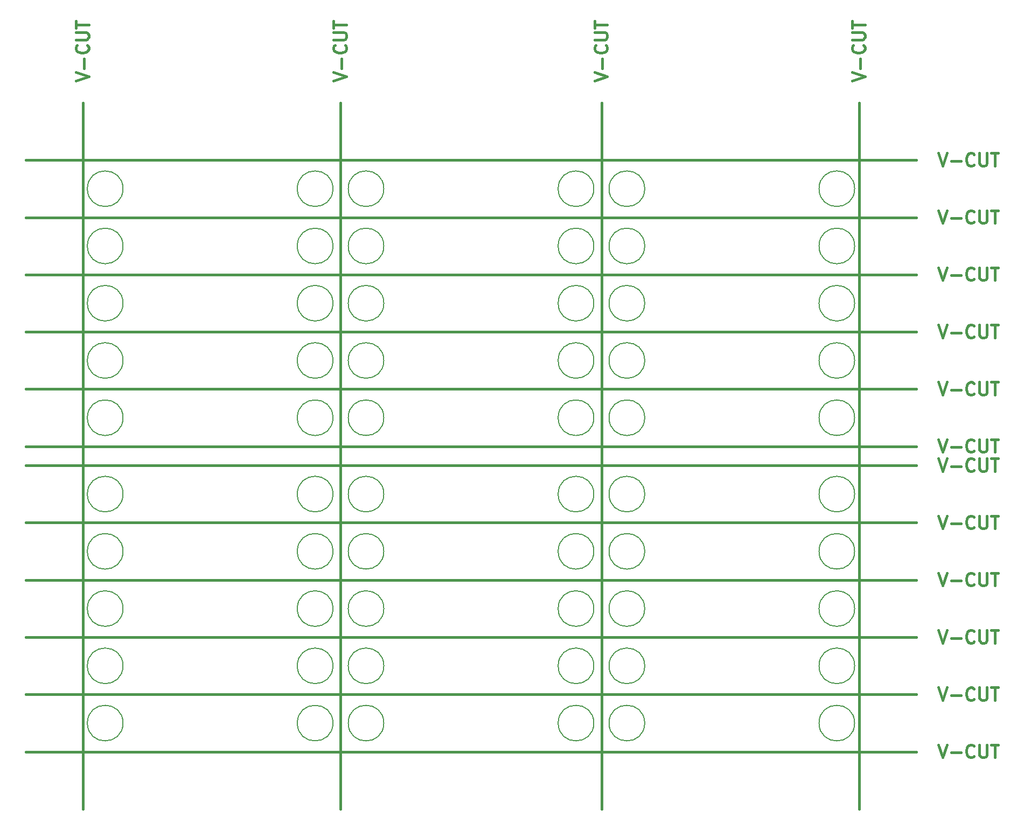
<source format=gbr>
G04 #@! TF.GenerationSoftware,KiCad,Pcbnew,(6.0.11)*
G04 #@! TF.CreationDate,2023-02-11T18:44:03+01:00*
G04 #@! TF.ProjectId,udb-s-panel,7564622d-732d-4706-916e-656c2e6b6963,rev?*
G04 #@! TF.SameCoordinates,Original*
G04 #@! TF.FileFunction,Other,Comment*
%FSLAX46Y46*%
G04 Gerber Fmt 4.6, Leading zero omitted, Abs format (unit mm)*
G04 Created by KiCad (PCBNEW (6.0.11)) date 2023-02-11 18:44:03*
%MOMM*%
%LPD*%
G01*
G04 APERTURE LIST*
%ADD10C,0.400000*%
%ADD11C,0.150000*%
G04 APERTURE END LIST*
D10*
X-3000000Y33000019D02*
X136997205Y33000019D01*
X87498601Y108000020D02*
X87498601Y-3000000D01*
X-3000000Y42000019D02*
X136997205Y42000019D01*
X-3000000Y72000019D02*
X136997205Y72000019D01*
X-3000000Y99000019D02*
X136997205Y99000019D01*
X-3000000Y63000019D02*
X136997205Y63000019D01*
X46498601Y108000020D02*
X46498601Y-3000000D01*
X127998601Y108000020D02*
X127998601Y-3000000D01*
X-3000000Y90000019D02*
X136997205Y90000019D01*
X-3000000Y6000019D02*
X136997205Y6000019D01*
X-3000000Y24000019D02*
X136997205Y24000019D01*
X5998601Y108000020D02*
X5998601Y-3000000D01*
X-3000000Y81000019D02*
X136997205Y81000019D01*
X-3000000Y15000019D02*
X136997205Y15000019D01*
X-3000000Y51000019D02*
X136997205Y51000019D01*
X-3000000Y54000019D02*
X136997205Y54000019D01*
X140447681Y34095258D02*
X141114347Y32095258D01*
X141781014Y34095258D01*
X142447681Y32857162D02*
X143971490Y32857162D01*
X146066728Y32285734D02*
X145971490Y32190496D01*
X145685776Y32095258D01*
X145495300Y32095258D01*
X145209585Y32190496D01*
X145019109Y32380972D01*
X144923871Y32571448D01*
X144828633Y32952400D01*
X144828633Y33238115D01*
X144923871Y33619067D01*
X145019109Y33809543D01*
X145209585Y34000019D01*
X145495300Y34095258D01*
X145685776Y34095258D01*
X145971490Y34000019D01*
X146066728Y33904781D01*
X146923871Y34095258D02*
X146923871Y32476210D01*
X147019109Y32285734D01*
X147114347Y32190496D01*
X147304824Y32095258D01*
X147685776Y32095258D01*
X147876252Y32190496D01*
X147971490Y32285734D01*
X148066728Y32476210D01*
X148066728Y34095258D01*
X148733395Y34095258D02*
X149876252Y34095258D01*
X149304824Y32095258D02*
X149304824Y34095258D01*
X126903362Y111450497D02*
X128903362Y112117163D01*
X126903362Y112783830D01*
X128141458Y113450497D02*
X128141458Y114974306D01*
X128712886Y117069544D02*
X128808124Y116974306D01*
X128903362Y116688592D01*
X128903362Y116498116D01*
X128808124Y116212401D01*
X128617648Y116021925D01*
X128427172Y115926687D01*
X128046220Y115831449D01*
X127760505Y115831449D01*
X127379553Y115926687D01*
X127189077Y116021925D01*
X126998601Y116212401D01*
X126903362Y116498116D01*
X126903362Y116688592D01*
X126998601Y116974306D01*
X127093839Y117069544D01*
X126903362Y117926687D02*
X128522410Y117926687D01*
X128712886Y118021925D01*
X128808124Y118117163D01*
X128903362Y118307640D01*
X128903362Y118688592D01*
X128808124Y118879068D01*
X128712886Y118974306D01*
X128522410Y119069544D01*
X126903362Y119069544D01*
X126903362Y119736211D02*
X126903362Y120879068D01*
X128903362Y120307640D02*
X126903362Y120307640D01*
X45403362Y111450497D02*
X47403362Y112117163D01*
X45403362Y112783830D01*
X46641458Y113450497D02*
X46641458Y114974306D01*
X47212886Y117069544D02*
X47308124Y116974306D01*
X47403362Y116688592D01*
X47403362Y116498116D01*
X47308124Y116212401D01*
X47117648Y116021925D01*
X46927172Y115926687D01*
X46546220Y115831449D01*
X46260505Y115831449D01*
X45879553Y115926687D01*
X45689077Y116021925D01*
X45498601Y116212401D01*
X45403362Y116498116D01*
X45403362Y116688592D01*
X45498601Y116974306D01*
X45593839Y117069544D01*
X45403362Y117926687D02*
X47022410Y117926687D01*
X47212886Y118021925D01*
X47308124Y118117163D01*
X47403362Y118307640D01*
X47403362Y118688592D01*
X47308124Y118879068D01*
X47212886Y118974306D01*
X47022410Y119069544D01*
X45403362Y119069544D01*
X45403362Y119736211D02*
X45403362Y120879068D01*
X47403362Y120307640D02*
X45403362Y120307640D01*
X140447681Y16095258D02*
X141114347Y14095258D01*
X141781014Y16095258D01*
X142447681Y14857162D02*
X143971490Y14857162D01*
X146066728Y14285734D02*
X145971490Y14190496D01*
X145685776Y14095258D01*
X145495300Y14095258D01*
X145209585Y14190496D01*
X145019109Y14380972D01*
X144923871Y14571448D01*
X144828633Y14952400D01*
X144828633Y15238115D01*
X144923871Y15619067D01*
X145019109Y15809543D01*
X145209585Y16000019D01*
X145495300Y16095258D01*
X145685776Y16095258D01*
X145971490Y16000019D01*
X146066728Y15904781D01*
X146923871Y16095258D02*
X146923871Y14476210D01*
X147019109Y14285734D01*
X147114347Y14190496D01*
X147304824Y14095258D01*
X147685776Y14095258D01*
X147876252Y14190496D01*
X147971490Y14285734D01*
X148066728Y14476210D01*
X148066728Y16095258D01*
X148733395Y16095258D02*
X149876252Y16095258D01*
X149304824Y14095258D02*
X149304824Y16095258D01*
X140447681Y25095258D02*
X141114347Y23095258D01*
X141781014Y25095258D01*
X142447681Y23857162D02*
X143971490Y23857162D01*
X146066728Y23285734D02*
X145971490Y23190496D01*
X145685776Y23095258D01*
X145495300Y23095258D01*
X145209585Y23190496D01*
X145019109Y23380972D01*
X144923871Y23571448D01*
X144828633Y23952400D01*
X144828633Y24238115D01*
X144923871Y24619067D01*
X145019109Y24809543D01*
X145209585Y25000019D01*
X145495300Y25095258D01*
X145685776Y25095258D01*
X145971490Y25000019D01*
X146066728Y24904781D01*
X146923871Y25095258D02*
X146923871Y23476210D01*
X147019109Y23285734D01*
X147114347Y23190496D01*
X147304824Y23095258D01*
X147685776Y23095258D01*
X147876252Y23190496D01*
X147971490Y23285734D01*
X148066728Y23476210D01*
X148066728Y25095258D01*
X148733395Y25095258D02*
X149876252Y25095258D01*
X149304824Y23095258D02*
X149304824Y25095258D01*
X4903362Y111450497D02*
X6903362Y112117163D01*
X4903362Y112783830D01*
X6141458Y113450497D02*
X6141458Y114974306D01*
X6712886Y117069544D02*
X6808124Y116974306D01*
X6903362Y116688592D01*
X6903362Y116498116D01*
X6808124Y116212401D01*
X6617648Y116021925D01*
X6427172Y115926687D01*
X6046220Y115831449D01*
X5760505Y115831449D01*
X5379553Y115926687D01*
X5189077Y116021925D01*
X4998601Y116212401D01*
X4903362Y116498116D01*
X4903362Y116688592D01*
X4998601Y116974306D01*
X5093839Y117069544D01*
X4903362Y117926687D02*
X6522410Y117926687D01*
X6712886Y118021925D01*
X6808124Y118117163D01*
X6903362Y118307640D01*
X6903362Y118688592D01*
X6808124Y118879068D01*
X6712886Y118974306D01*
X6522410Y119069544D01*
X4903362Y119069544D01*
X4903362Y119736211D02*
X4903362Y120879068D01*
X6903362Y120307640D02*
X4903362Y120307640D01*
X140447681Y7095258D02*
X141114347Y5095258D01*
X141781014Y7095258D01*
X142447681Y5857162D02*
X143971490Y5857162D01*
X146066728Y5285734D02*
X145971490Y5190496D01*
X145685776Y5095258D01*
X145495300Y5095258D01*
X145209585Y5190496D01*
X145019109Y5380972D01*
X144923871Y5571448D01*
X144828633Y5952400D01*
X144828633Y6238115D01*
X144923871Y6619067D01*
X145019109Y6809543D01*
X145209585Y7000019D01*
X145495300Y7095258D01*
X145685776Y7095258D01*
X145971490Y7000019D01*
X146066728Y6904781D01*
X146923871Y7095258D02*
X146923871Y5476210D01*
X147019109Y5285734D01*
X147114347Y5190496D01*
X147304824Y5095258D01*
X147685776Y5095258D01*
X147876252Y5190496D01*
X147971490Y5285734D01*
X148066728Y5476210D01*
X148066728Y7095258D01*
X148733395Y7095258D02*
X149876252Y7095258D01*
X149304824Y5095258D02*
X149304824Y7095258D01*
X140447681Y100095258D02*
X141114347Y98095258D01*
X141781014Y100095258D01*
X142447681Y98857162D02*
X143971490Y98857162D01*
X146066728Y98285734D02*
X145971490Y98190496D01*
X145685776Y98095258D01*
X145495300Y98095258D01*
X145209585Y98190496D01*
X145019109Y98380972D01*
X144923871Y98571448D01*
X144828633Y98952400D01*
X144828633Y99238115D01*
X144923871Y99619067D01*
X145019109Y99809543D01*
X145209585Y100000019D01*
X145495300Y100095258D01*
X145685776Y100095258D01*
X145971490Y100000019D01*
X146066728Y99904781D01*
X146923871Y100095258D02*
X146923871Y98476210D01*
X147019109Y98285734D01*
X147114347Y98190496D01*
X147304824Y98095258D01*
X147685776Y98095258D01*
X147876252Y98190496D01*
X147971490Y98285734D01*
X148066728Y98476210D01*
X148066728Y100095258D01*
X148733395Y100095258D02*
X149876252Y100095258D01*
X149304824Y98095258D02*
X149304824Y100095258D01*
X86403362Y111450497D02*
X88403362Y112117163D01*
X86403362Y112783830D01*
X87641458Y113450497D02*
X87641458Y114974306D01*
X88212886Y117069544D02*
X88308124Y116974306D01*
X88403362Y116688592D01*
X88403362Y116498116D01*
X88308124Y116212401D01*
X88117648Y116021925D01*
X87927172Y115926687D01*
X87546220Y115831449D01*
X87260505Y115831449D01*
X86879553Y115926687D01*
X86689077Y116021925D01*
X86498601Y116212401D01*
X86403362Y116498116D01*
X86403362Y116688592D01*
X86498601Y116974306D01*
X86593839Y117069544D01*
X86403362Y117926687D02*
X88022410Y117926687D01*
X88212886Y118021925D01*
X88308124Y118117163D01*
X88403362Y118307640D01*
X88403362Y118688592D01*
X88308124Y118879068D01*
X88212886Y118974306D01*
X88022410Y119069544D01*
X86403362Y119069544D01*
X86403362Y119736211D02*
X86403362Y120879068D01*
X88403362Y120307640D02*
X86403362Y120307640D01*
X140447681Y55095258D02*
X141114347Y53095258D01*
X141781014Y55095258D01*
X142447681Y53857162D02*
X143971490Y53857162D01*
X146066728Y53285734D02*
X145971490Y53190496D01*
X145685776Y53095258D01*
X145495300Y53095258D01*
X145209585Y53190496D01*
X145019109Y53380972D01*
X144923871Y53571448D01*
X144828633Y53952400D01*
X144828633Y54238115D01*
X144923871Y54619067D01*
X145019109Y54809543D01*
X145209585Y55000019D01*
X145495300Y55095258D01*
X145685776Y55095258D01*
X145971490Y55000019D01*
X146066728Y54904781D01*
X146923871Y55095258D02*
X146923871Y53476210D01*
X147019109Y53285734D01*
X147114347Y53190496D01*
X147304824Y53095258D01*
X147685776Y53095258D01*
X147876252Y53190496D01*
X147971490Y53285734D01*
X148066728Y53476210D01*
X148066728Y55095258D01*
X148733395Y55095258D02*
X149876252Y55095258D01*
X149304824Y53095258D02*
X149304824Y55095258D01*
X140447681Y91095258D02*
X141114347Y89095258D01*
X141781014Y91095258D01*
X142447681Y89857162D02*
X143971490Y89857162D01*
X146066728Y89285734D02*
X145971490Y89190496D01*
X145685776Y89095258D01*
X145495300Y89095258D01*
X145209585Y89190496D01*
X145019109Y89380972D01*
X144923871Y89571448D01*
X144828633Y89952400D01*
X144828633Y90238115D01*
X144923871Y90619067D01*
X145019109Y90809543D01*
X145209585Y91000019D01*
X145495300Y91095258D01*
X145685776Y91095258D01*
X145971490Y91000019D01*
X146066728Y90904781D01*
X146923871Y91095258D02*
X146923871Y89476210D01*
X147019109Y89285734D01*
X147114347Y89190496D01*
X147304824Y89095258D01*
X147685776Y89095258D01*
X147876252Y89190496D01*
X147971490Y89285734D01*
X148066728Y89476210D01*
X148066728Y91095258D01*
X148733395Y91095258D02*
X149876252Y91095258D01*
X149304824Y89095258D02*
X149304824Y91095258D01*
X140447681Y73095258D02*
X141114347Y71095258D01*
X141781014Y73095258D01*
X142447681Y71857162D02*
X143971490Y71857162D01*
X146066728Y71285734D02*
X145971490Y71190496D01*
X145685776Y71095258D01*
X145495300Y71095258D01*
X145209585Y71190496D01*
X145019109Y71380972D01*
X144923871Y71571448D01*
X144828633Y71952400D01*
X144828633Y72238115D01*
X144923871Y72619067D01*
X145019109Y72809543D01*
X145209585Y73000019D01*
X145495300Y73095258D01*
X145685776Y73095258D01*
X145971490Y73000019D01*
X146066728Y72904781D01*
X146923871Y73095258D02*
X146923871Y71476210D01*
X147019109Y71285734D01*
X147114347Y71190496D01*
X147304824Y71095258D01*
X147685776Y71095258D01*
X147876252Y71190496D01*
X147971490Y71285734D01*
X148066728Y71476210D01*
X148066728Y73095258D01*
X148733395Y73095258D02*
X149876252Y73095258D01*
X149304824Y71095258D02*
X149304824Y73095258D01*
X140447681Y52095258D02*
X141114347Y50095258D01*
X141781014Y52095258D01*
X142447681Y50857162D02*
X143971490Y50857162D01*
X146066728Y50285734D02*
X145971490Y50190496D01*
X145685776Y50095258D01*
X145495300Y50095258D01*
X145209585Y50190496D01*
X145019109Y50380972D01*
X144923871Y50571448D01*
X144828633Y50952400D01*
X144828633Y51238115D01*
X144923871Y51619067D01*
X145019109Y51809543D01*
X145209585Y52000019D01*
X145495300Y52095258D01*
X145685776Y52095258D01*
X145971490Y52000019D01*
X146066728Y51904781D01*
X146923871Y52095258D02*
X146923871Y50476210D01*
X147019109Y50285734D01*
X147114347Y50190496D01*
X147304824Y50095258D01*
X147685776Y50095258D01*
X147876252Y50190496D01*
X147971490Y50285734D01*
X148066728Y50476210D01*
X148066728Y52095258D01*
X148733395Y52095258D02*
X149876252Y52095258D01*
X149304824Y50095258D02*
X149304824Y52095258D01*
X140447681Y64095258D02*
X141114347Y62095258D01*
X141781014Y64095258D01*
X142447681Y62857162D02*
X143971490Y62857162D01*
X146066728Y62285734D02*
X145971490Y62190496D01*
X145685776Y62095258D01*
X145495300Y62095258D01*
X145209585Y62190496D01*
X145019109Y62380972D01*
X144923871Y62571448D01*
X144828633Y62952400D01*
X144828633Y63238115D01*
X144923871Y63619067D01*
X145019109Y63809543D01*
X145209585Y64000019D01*
X145495300Y64095258D01*
X145685776Y64095258D01*
X145971490Y64000019D01*
X146066728Y63904781D01*
X146923871Y64095258D02*
X146923871Y62476210D01*
X147019109Y62285734D01*
X147114347Y62190496D01*
X147304824Y62095258D01*
X147685776Y62095258D01*
X147876252Y62190496D01*
X147971490Y62285734D01*
X148066728Y62476210D01*
X148066728Y64095258D01*
X148733395Y64095258D02*
X149876252Y64095258D01*
X149304824Y62095258D02*
X149304824Y64095258D01*
X140447681Y82095258D02*
X141114347Y80095258D01*
X141781014Y82095258D01*
X142447681Y80857162D02*
X143971490Y80857162D01*
X146066728Y80285734D02*
X145971490Y80190496D01*
X145685776Y80095258D01*
X145495300Y80095258D01*
X145209585Y80190496D01*
X145019109Y80380972D01*
X144923871Y80571448D01*
X144828633Y80952400D01*
X144828633Y81238115D01*
X144923871Y81619067D01*
X145019109Y81809543D01*
X145209585Y82000019D01*
X145495300Y82095258D01*
X145685776Y82095258D01*
X145971490Y82000019D01*
X146066728Y81904781D01*
X146923871Y82095258D02*
X146923871Y80476210D01*
X147019109Y80285734D01*
X147114347Y80190496D01*
X147304824Y80095258D01*
X147685776Y80095258D01*
X147876252Y80190496D01*
X147971490Y80285734D01*
X148066728Y80476210D01*
X148066728Y82095258D01*
X148733395Y82095258D02*
X149876252Y82095258D01*
X149304824Y80095258D02*
X149304824Y82095258D01*
X140447681Y43095258D02*
X141114347Y41095258D01*
X141781014Y43095258D01*
X142447681Y41857162D02*
X143971490Y41857162D01*
X146066728Y41285734D02*
X145971490Y41190496D01*
X145685776Y41095258D01*
X145495300Y41095258D01*
X145209585Y41190496D01*
X145019109Y41380972D01*
X144923871Y41571448D01*
X144828633Y41952400D01*
X144828633Y42238115D01*
X144923871Y42619067D01*
X145019109Y42809543D01*
X145209585Y43000019D01*
X145495300Y43095258D01*
X145685776Y43095258D01*
X145971490Y43000019D01*
X146066728Y42904781D01*
X146923871Y43095258D02*
X146923871Y41476210D01*
X147019109Y41285734D01*
X147114347Y41190496D01*
X147304824Y41095258D01*
X147685776Y41095258D01*
X147876252Y41190496D01*
X147971490Y41285734D01*
X148066728Y41476210D01*
X148066728Y43095258D01*
X148733395Y43095258D02*
X149876252Y43095258D01*
X149304824Y41095258D02*
X149304824Y43095258D01*
D11*
G04 #@! TO.C,H1*
X127298604Y10500001D02*
G75*
G03*
X127298604Y10500001I-2800000J0D01*
G01*
X86298603Y76500015D02*
G75*
G03*
X86298603Y76500015I-2800000J0D01*
G01*
X45298602Y28500005D02*
G75*
G03*
X45298602Y28500005I-2800000J0D01*
G01*
X86298603Y67500013D02*
G75*
G03*
X86298603Y67500013I-2800000J0D01*
G01*
X127298604Y28500005D02*
G75*
G03*
X127298604Y28500005I-2800000J0D01*
G01*
X45298602Y67500013D02*
G75*
G03*
X45298602Y67500013I-2800000J0D01*
G01*
X45298602Y37500007D02*
G75*
G03*
X45298602Y37500007I-2800000J0D01*
G01*
G04 #@! TO.C,H2*
X94298604Y37500007D02*
G75*
G03*
X94298604Y37500007I-2800000J0D01*
G01*
X94298604Y76500015D02*
G75*
G03*
X94298604Y76500015I-2800000J0D01*
G01*
X53298603Y67500013D02*
G75*
G03*
X53298603Y67500013I-2800000J0D01*
G01*
X94298604Y67500013D02*
G75*
G03*
X94298604Y67500013I-2800000J0D01*
G01*
G04 #@! TO.C,H1*
X45298602Y58500011D02*
G75*
G03*
X45298602Y58500011I-2800000J0D01*
G01*
G04 #@! TO.C,H2*
X53298603Y46500009D02*
G75*
G03*
X53298603Y46500009I-2800000J0D01*
G01*
G04 #@! TO.C,H1*
X86298603Y94500019D02*
G75*
G03*
X86298603Y94500019I-2800000J0D01*
G01*
X86298603Y58500011D02*
G75*
G03*
X86298603Y58500011I-2800000J0D01*
G01*
G04 #@! TO.C,H2*
X94298604Y58500011D02*
G75*
G03*
X94298604Y58500011I-2800000J0D01*
G01*
G04 #@! TO.C,H1*
X86298603Y10500001D02*
G75*
G03*
X86298603Y10500001I-2800000J0D01*
G01*
G04 #@! TO.C,H2*
X53298603Y94500019D02*
G75*
G03*
X53298603Y94500019I-2800000J0D01*
G01*
X12298602Y10500001D02*
G75*
G03*
X12298602Y10500001I-2800000J0D01*
G01*
G04 #@! TO.C,H1*
X127298604Y37500007D02*
G75*
G03*
X127298604Y37500007I-2800000J0D01*
G01*
G04 #@! TO.C,H2*
X12298602Y46500009D02*
G75*
G03*
X12298602Y46500009I-2800000J0D01*
G01*
X12298602Y85500017D02*
G75*
G03*
X12298602Y85500017I-2800000J0D01*
G01*
G04 #@! TO.C,H1*
X45298602Y76500015D02*
G75*
G03*
X45298602Y76500015I-2800000J0D01*
G01*
G04 #@! TO.C,H2*
X94298604Y94500019D02*
G75*
G03*
X94298604Y94500019I-2800000J0D01*
G01*
G04 #@! TO.C,H1*
X45298602Y10500001D02*
G75*
G03*
X45298602Y10500001I-2800000J0D01*
G01*
G04 #@! TO.C,H2*
X12298602Y28500005D02*
G75*
G03*
X12298602Y28500005I-2800000J0D01*
G01*
X94298604Y46500009D02*
G75*
G03*
X94298604Y46500009I-2800000J0D01*
G01*
X12298602Y37500007D02*
G75*
G03*
X12298602Y37500007I-2800000J0D01*
G01*
G04 #@! TO.C,H1*
X45298602Y19500003D02*
G75*
G03*
X45298602Y19500003I-2800000J0D01*
G01*
G04 #@! TO.C,H2*
X53298603Y28500005D02*
G75*
G03*
X53298603Y28500005I-2800000J0D01*
G01*
X12298602Y76500015D02*
G75*
G03*
X12298602Y76500015I-2800000J0D01*
G01*
G04 #@! TO.C,H1*
X127298604Y76500015D02*
G75*
G03*
X127298604Y76500015I-2800000J0D01*
G01*
X86298603Y37500007D02*
G75*
G03*
X86298603Y37500007I-2800000J0D01*
G01*
X45298602Y46500009D02*
G75*
G03*
X45298602Y46500009I-2800000J0D01*
G01*
G04 #@! TO.C,H2*
X53298603Y85500017D02*
G75*
G03*
X53298603Y85500017I-2800000J0D01*
G01*
X94298604Y28500005D02*
G75*
G03*
X94298604Y28500005I-2800000J0D01*
G01*
G04 #@! TO.C,H1*
X127298604Y67500013D02*
G75*
G03*
X127298604Y67500013I-2800000J0D01*
G01*
G04 #@! TO.C,H2*
X53298603Y19500003D02*
G75*
G03*
X53298603Y19500003I-2800000J0D01*
G01*
X53298603Y10500001D02*
G75*
G03*
X53298603Y10500001I-2800000J0D01*
G01*
G04 #@! TO.C,H1*
X86298603Y46500009D02*
G75*
G03*
X86298603Y46500009I-2800000J0D01*
G01*
G04 #@! TO.C,H2*
X94298604Y19500003D02*
G75*
G03*
X94298604Y19500003I-2800000J0D01*
G01*
G04 #@! TO.C,H1*
X86298603Y28500005D02*
G75*
G03*
X86298603Y28500005I-2800000J0D01*
G01*
X127298604Y58500011D02*
G75*
G03*
X127298604Y58500011I-2800000J0D01*
G01*
X127298604Y46500009D02*
G75*
G03*
X127298604Y46500009I-2800000J0D01*
G01*
G04 #@! TO.C,H2*
X12298602Y94500019D02*
G75*
G03*
X12298602Y94500019I-2800000J0D01*
G01*
X12298602Y67500013D02*
G75*
G03*
X12298602Y67500013I-2800000J0D01*
G01*
X53298603Y58500011D02*
G75*
G03*
X53298603Y58500011I-2800000J0D01*
G01*
G04 #@! TO.C,H1*
X86298603Y19500003D02*
G75*
G03*
X86298603Y19500003I-2800000J0D01*
G01*
G04 #@! TO.C,H2*
X12298602Y58500011D02*
G75*
G03*
X12298602Y58500011I-2800000J0D01*
G01*
G04 #@! TO.C,H1*
X45298602Y94500019D02*
G75*
G03*
X45298602Y94500019I-2800000J0D01*
G01*
X86298603Y85500017D02*
G75*
G03*
X86298603Y85500017I-2800000J0D01*
G01*
G04 #@! TO.C,H2*
X12298602Y19500003D02*
G75*
G03*
X12298602Y19500003I-2800000J0D01*
G01*
G04 #@! TO.C,H1*
X127298604Y85500017D02*
G75*
G03*
X127298604Y85500017I-2800000J0D01*
G01*
X127298604Y19500003D02*
G75*
G03*
X127298604Y19500003I-2800000J0D01*
G01*
X45298602Y85500017D02*
G75*
G03*
X45298602Y85500017I-2800000J0D01*
G01*
G04 #@! TO.C,H2*
X53298603Y76500015D02*
G75*
G03*
X53298603Y76500015I-2800000J0D01*
G01*
X94298604Y10500001D02*
G75*
G03*
X94298604Y10500001I-2800000J0D01*
G01*
G04 #@! TO.C,H1*
X127298604Y94500019D02*
G75*
G03*
X127298604Y94500019I-2800000J0D01*
G01*
G04 #@! TO.C,H2*
X94298604Y85500017D02*
G75*
G03*
X94298604Y85500017I-2800000J0D01*
G01*
X53298603Y37500007D02*
G75*
G03*
X53298603Y37500007I-2800000J0D01*
G01*
G04 #@! TD*
M02*

</source>
